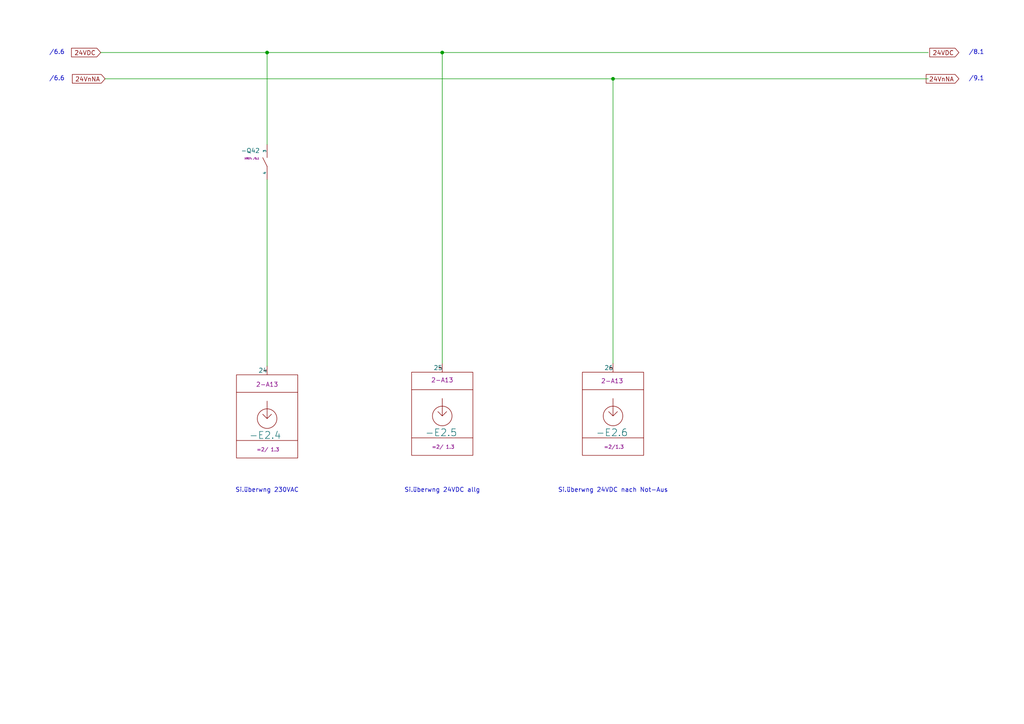
<source format=kicad_sch>
(kicad_sch (version 20250114) (generator "eeschema") (generator_version "9.0")
  (paper "A4")
  (title_block (comment 4 "1"))
  (lib_symbols
    (symbol "standart:PLC_IN_(E)" (on_board no)
      (property "Reference" "-E" (at -6.35 10.16 0))
      (property "Target" "=Gruppe/ Seite.Pfad" (at 0.254 -8.382 0))
      (symbol "PLC_IN_(E)_0_1"
        (rectangle (start -8.89 12.7) (end 8.89 -11.43))
        (polyline (pts (xy -8.89 7.62) (xy 8.89 7.62)))
        (polyline (pts (xy -8.89 -6.35) (xy 8.89 -6.35)))
        (polyline (pts (xy 0 5.08) (xy 0 0) (xy 1.27 1.27) (xy 0 0) (xy -1.27 1.27)))
        (circle (center 0 0) (radius 2.8398))
      )
      (symbol "PLC_IN_(E)_1_1"
        (pin input line (at 0 15.24 270) (length 2.54) (name "") (number "1"))
      )
    )
    (symbol "standart:Relais_(K)_NO" (pin_numbers (hide yes)) (pin_names (offset 0))
      (property "Reference" "-K" (at -4.318 4.318 0))
      (symbol "Relais_(K)_NO_0_1"
        (polyline (pts (xy 0 1.27) (xy 0 1.27)))
        (polyline (pts (xy 0 -1.27) (xy -1.27 1.27)))
      )
      (symbol "Relais_(K)_NO_1_1"
        (pin passive line (at 0 5.08 270) (length 3.81) (name "3") (number "3"))
        (pin passive line (at 0 -5.08 90) (length 3.81) (name "4") (number "4"))
      )
    )
  )
  (text "Si.überwng 230VAC" (at 77.47 142.24 0) (effects (font (size 1.27 1.27))))
  (text "Si.überwng 24VDC allg" (at 128.27 142.24 0) (effects (font (size 1.27 1.27))))
  (text "/8.1\n" (at 283.21 15.24 0) (effects (font (size 1.27 1.27))))
  (text "Si.überwng 24VDC nach Not-Aus" (at 177.8 142.24 0) (effects (font (size 1.27 1.27))))
  (text "/6.6" (at 16.51 15.24 0) (effects (font (size 1.27 1.27))))
  (text "/9.1" (at 283.21 22.86 0) (effects (font (size 1.27 1.27))))
  (text "/6.6" (at 16.51 22.86 0) (effects (font (size 1.27 1.27))))
  (junction (at 77.47 15.24))
  (junction (at 128.27 15.24))
  (junction (at 177.8 22.86))
  (wire (pts (xy 77.47 52.07) (xy 77.47 106.172)))
  (wire (pts (xy 77.47 15.24) (xy 77.47 41.91)))
  (wire (pts (xy 128.27 15.24) (xy 269.24 15.24)))
  (wire (pts (xy 177.8 22.86) (xy 269.24 22.86)))
  (wire (pts (xy 29.21 15.24) (xy 77.47 15.24)))
  (wire (pts (xy 30.48 22.86) (xy 177.8 22.86)))
  (wire (pts (xy 128.27 15.24) (xy 128.27 105.41)))
  (wire (pts (xy 77.47 15.24) (xy 128.27 15.24)))
  (wire (pts (xy 177.8 22.86) (xy 177.8 105.41)))
  (global_label "24VDC" (shape input) (at 278.13 15.24 180) (property "Intersheetrefs" "${INTERSHEET_REFS}" (effects (hide yes))))
  (global_label "24VnNA" (shape input) (at 278.13 22.86 180) (property "Intersheetrefs" "${INTERSHEET_REFS}" (effects (hide yes))))
  (global_label "24VDC" (shape input) (at 29.21 15.24 180) (property "Intersheetrefs" "${INTERSHEET_REFS}" (effects (hide yes))))
  (global_label "24VnNA" (shape input) (at 30.48 22.86 180) (property "Intersheetrefs" "${INTERSHEET_REFS}" (effects (hide yes))))
  (symbol (lib_id "standart:PLC_IN_(E)") (at 77.47 121.412 0) (unit 1) (on_board no)
    (property "Reference" "-E2.4" (at 72.136 126.238 0) (effects (font (size 2.032 2.032)) (justify left)))
    (property "Value" "24" (at 74.93 107.442 0) (effects (justify left)))
    (property "Datasheet" "2-A13" (at 77.47 111.506 0))
    (property "Target" "=2/ 1.3" (at 77.724 129.794 0) (effects (font (size 1.016 1.016)) (justify top)))
  )
  (symbol (lib_id "standart:PLC_IN_(E)") (at 177.8 120.65 0) (unit 1) (on_board no)
    (property "Reference" "-E2.6" (at 172.72 125.476 0) (effects (font (size 2.032 2.032)) (justify left)))
    (property "Value" "26" (at 175.26 106.68 0) (effects (justify left)))
    (property "Datasheet" "2-A13" (at 177.546 110.49 0))
    (property "Target" "=2/1.3" (at 178.054 129.032 0) (effects (font (size 1.016 1.016)) (justify top)))
  )
  (symbol (lib_id "standart:PLC_IN_(E)") (at 128.27 120.65 0) (unit 1) (on_board no)
    (property "Reference" "-E2.5" (at 123.19 125.476 0) (effects (font (size 2.032 2.032)) (justify left)))
    (property "Value" "25" (at 125.73 106.68 0) (effects (justify left)))
    (property "Datasheet" "2-A13" (at 128.27 110.236 0))
    (property "Target" "=2/ 1.3" (at 128.524 129.032 0) (effects (font (size 1.016 1.016)) (justify top)))
  )
  (symbol (lib_id "standart:Relais_(K)_NO") (at 77.47 46.99 0) (unit 1)
    (property "Reference" "-Q42" (at 69.85 43.688 0) (effects (justify left)))
    (property "XREF" "/5.1" (at 70.866 45.974 0) (show_name yes) (effects (font (size 0.508 0.508)) (justify left)))
  )
)
</source>
